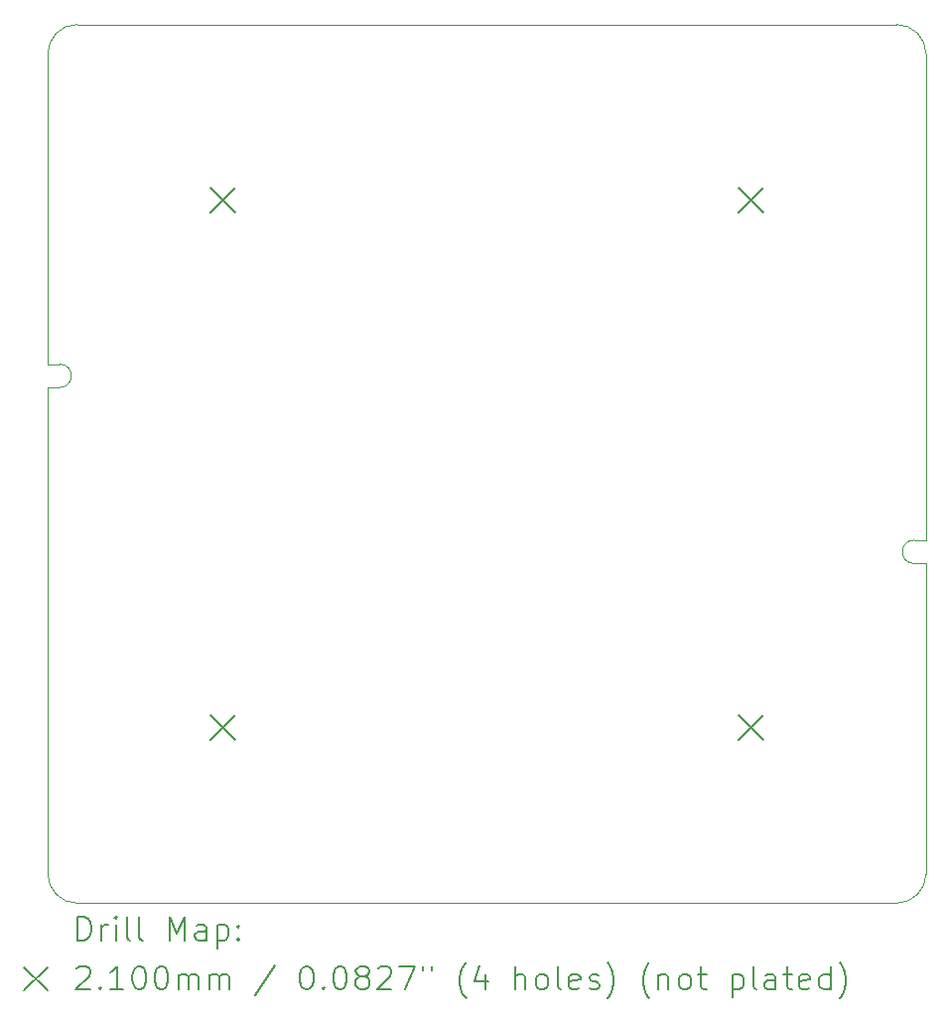
<source format=gbr>
%TF.GenerationSoftware,KiCad,Pcbnew,7.0.9*%
%TF.CreationDate,2024-01-01T14:08:33+01:00*%
%TF.ProjectId,LEDPcb,4c454450-6362-42e6-9b69-6361645f7063,rev?*%
%TF.SameCoordinates,Original*%
%TF.FileFunction,Drillmap*%
%TF.FilePolarity,Positive*%
%FSLAX45Y45*%
G04 Gerber Fmt 4.5, Leading zero omitted, Abs format (unit mm)*
G04 Created by KiCad (PCBNEW 7.0.9) date 2024-01-01 14:08:33*
%MOMM*%
%LPD*%
G01*
G04 APERTURE LIST*
%ADD10C,0.100000*%
%ADD11C,0.200000*%
%ADD12C,0.210000*%
G04 APERTURE END LIST*
D10*
X10250000Y-4510000D02*
G75*
G03*
X10000000Y-4760000I0J-250000D01*
G01*
X10000000Y-7405000D02*
X10000000Y-4760000D01*
X17490000Y-8905000D02*
X17490000Y-4760000D01*
X17240000Y-4510000D02*
X10250000Y-4510000D01*
X10000000Y-7405000D02*
X10100000Y-7405000D01*
X17490000Y-8905000D02*
X17390000Y-8905000D01*
X10000000Y-7605000D02*
X10100000Y-7605000D01*
X17490000Y-4760000D02*
G75*
G03*
X17240000Y-4510000I-250000J0D01*
G01*
X10250000Y-12000000D02*
X17240000Y-12000000D01*
X10100000Y-7605000D02*
G75*
G03*
X10100000Y-7405000I0J100000D01*
G01*
X10000000Y-11750000D02*
G75*
G03*
X10250000Y-12000000I250000J0D01*
G01*
X10000000Y-7605000D02*
X10000000Y-11750000D01*
X17490000Y-9105000D02*
X17490000Y-11750000D01*
X17490000Y-9105000D02*
X17390000Y-9105000D01*
X17390000Y-8905000D02*
G75*
G03*
X17390000Y-9105000I0J-100000D01*
G01*
X17240000Y-12000000D02*
G75*
G03*
X17490000Y-11750000I0J250000D01*
G01*
D11*
D12*
X11390000Y-5900000D02*
X11600000Y-6110000D01*
X11600000Y-5900000D02*
X11390000Y-6110000D01*
X11390000Y-10400000D02*
X11600000Y-10610000D01*
X11600000Y-10400000D02*
X11390000Y-10610000D01*
X15890000Y-5900000D02*
X16100000Y-6110000D01*
X16100000Y-5900000D02*
X15890000Y-6110000D01*
X15890000Y-10400000D02*
X16100000Y-10610000D01*
X16100000Y-10400000D02*
X15890000Y-10610000D01*
D11*
X10255777Y-12316484D02*
X10255777Y-12116484D01*
X10255777Y-12116484D02*
X10303396Y-12116484D01*
X10303396Y-12116484D02*
X10331967Y-12126008D01*
X10331967Y-12126008D02*
X10351015Y-12145055D01*
X10351015Y-12145055D02*
X10360539Y-12164103D01*
X10360539Y-12164103D02*
X10370063Y-12202198D01*
X10370063Y-12202198D02*
X10370063Y-12230769D01*
X10370063Y-12230769D02*
X10360539Y-12268865D01*
X10360539Y-12268865D02*
X10351015Y-12287912D01*
X10351015Y-12287912D02*
X10331967Y-12306960D01*
X10331967Y-12306960D02*
X10303396Y-12316484D01*
X10303396Y-12316484D02*
X10255777Y-12316484D01*
X10455777Y-12316484D02*
X10455777Y-12183150D01*
X10455777Y-12221246D02*
X10465301Y-12202198D01*
X10465301Y-12202198D02*
X10474824Y-12192674D01*
X10474824Y-12192674D02*
X10493872Y-12183150D01*
X10493872Y-12183150D02*
X10512920Y-12183150D01*
X10579586Y-12316484D02*
X10579586Y-12183150D01*
X10579586Y-12116484D02*
X10570063Y-12126008D01*
X10570063Y-12126008D02*
X10579586Y-12135531D01*
X10579586Y-12135531D02*
X10589110Y-12126008D01*
X10589110Y-12126008D02*
X10579586Y-12116484D01*
X10579586Y-12116484D02*
X10579586Y-12135531D01*
X10703396Y-12316484D02*
X10684348Y-12306960D01*
X10684348Y-12306960D02*
X10674824Y-12287912D01*
X10674824Y-12287912D02*
X10674824Y-12116484D01*
X10808158Y-12316484D02*
X10789110Y-12306960D01*
X10789110Y-12306960D02*
X10779586Y-12287912D01*
X10779586Y-12287912D02*
X10779586Y-12116484D01*
X11036729Y-12316484D02*
X11036729Y-12116484D01*
X11036729Y-12116484D02*
X11103396Y-12259341D01*
X11103396Y-12259341D02*
X11170063Y-12116484D01*
X11170063Y-12116484D02*
X11170063Y-12316484D01*
X11351015Y-12316484D02*
X11351015Y-12211722D01*
X11351015Y-12211722D02*
X11341491Y-12192674D01*
X11341491Y-12192674D02*
X11322443Y-12183150D01*
X11322443Y-12183150D02*
X11284348Y-12183150D01*
X11284348Y-12183150D02*
X11265301Y-12192674D01*
X11351015Y-12306960D02*
X11331967Y-12316484D01*
X11331967Y-12316484D02*
X11284348Y-12316484D01*
X11284348Y-12316484D02*
X11265301Y-12306960D01*
X11265301Y-12306960D02*
X11255777Y-12287912D01*
X11255777Y-12287912D02*
X11255777Y-12268865D01*
X11255777Y-12268865D02*
X11265301Y-12249817D01*
X11265301Y-12249817D02*
X11284348Y-12240293D01*
X11284348Y-12240293D02*
X11331967Y-12240293D01*
X11331967Y-12240293D02*
X11351015Y-12230769D01*
X11446253Y-12183150D02*
X11446253Y-12383150D01*
X11446253Y-12192674D02*
X11465301Y-12183150D01*
X11465301Y-12183150D02*
X11503396Y-12183150D01*
X11503396Y-12183150D02*
X11522443Y-12192674D01*
X11522443Y-12192674D02*
X11531967Y-12202198D01*
X11531967Y-12202198D02*
X11541491Y-12221246D01*
X11541491Y-12221246D02*
X11541491Y-12278388D01*
X11541491Y-12278388D02*
X11531967Y-12297436D01*
X11531967Y-12297436D02*
X11522443Y-12306960D01*
X11522443Y-12306960D02*
X11503396Y-12316484D01*
X11503396Y-12316484D02*
X11465301Y-12316484D01*
X11465301Y-12316484D02*
X11446253Y-12306960D01*
X11627205Y-12297436D02*
X11636729Y-12306960D01*
X11636729Y-12306960D02*
X11627205Y-12316484D01*
X11627205Y-12316484D02*
X11617682Y-12306960D01*
X11617682Y-12306960D02*
X11627205Y-12297436D01*
X11627205Y-12297436D02*
X11627205Y-12316484D01*
X11627205Y-12192674D02*
X11636729Y-12202198D01*
X11636729Y-12202198D02*
X11627205Y-12211722D01*
X11627205Y-12211722D02*
X11617682Y-12202198D01*
X11617682Y-12202198D02*
X11627205Y-12192674D01*
X11627205Y-12192674D02*
X11627205Y-12211722D01*
X9795000Y-12545000D02*
X9995000Y-12745000D01*
X9995000Y-12545000D02*
X9795000Y-12745000D01*
X10246253Y-12555531D02*
X10255777Y-12546008D01*
X10255777Y-12546008D02*
X10274824Y-12536484D01*
X10274824Y-12536484D02*
X10322444Y-12536484D01*
X10322444Y-12536484D02*
X10341491Y-12546008D01*
X10341491Y-12546008D02*
X10351015Y-12555531D01*
X10351015Y-12555531D02*
X10360539Y-12574579D01*
X10360539Y-12574579D02*
X10360539Y-12593627D01*
X10360539Y-12593627D02*
X10351015Y-12622198D01*
X10351015Y-12622198D02*
X10236729Y-12736484D01*
X10236729Y-12736484D02*
X10360539Y-12736484D01*
X10446253Y-12717436D02*
X10455777Y-12726960D01*
X10455777Y-12726960D02*
X10446253Y-12736484D01*
X10446253Y-12736484D02*
X10436729Y-12726960D01*
X10436729Y-12726960D02*
X10446253Y-12717436D01*
X10446253Y-12717436D02*
X10446253Y-12736484D01*
X10646253Y-12736484D02*
X10531967Y-12736484D01*
X10589110Y-12736484D02*
X10589110Y-12536484D01*
X10589110Y-12536484D02*
X10570063Y-12565055D01*
X10570063Y-12565055D02*
X10551015Y-12584103D01*
X10551015Y-12584103D02*
X10531967Y-12593627D01*
X10770063Y-12536484D02*
X10789110Y-12536484D01*
X10789110Y-12536484D02*
X10808158Y-12546008D01*
X10808158Y-12546008D02*
X10817682Y-12555531D01*
X10817682Y-12555531D02*
X10827205Y-12574579D01*
X10827205Y-12574579D02*
X10836729Y-12612674D01*
X10836729Y-12612674D02*
X10836729Y-12660293D01*
X10836729Y-12660293D02*
X10827205Y-12698388D01*
X10827205Y-12698388D02*
X10817682Y-12717436D01*
X10817682Y-12717436D02*
X10808158Y-12726960D01*
X10808158Y-12726960D02*
X10789110Y-12736484D01*
X10789110Y-12736484D02*
X10770063Y-12736484D01*
X10770063Y-12736484D02*
X10751015Y-12726960D01*
X10751015Y-12726960D02*
X10741491Y-12717436D01*
X10741491Y-12717436D02*
X10731967Y-12698388D01*
X10731967Y-12698388D02*
X10722444Y-12660293D01*
X10722444Y-12660293D02*
X10722444Y-12612674D01*
X10722444Y-12612674D02*
X10731967Y-12574579D01*
X10731967Y-12574579D02*
X10741491Y-12555531D01*
X10741491Y-12555531D02*
X10751015Y-12546008D01*
X10751015Y-12546008D02*
X10770063Y-12536484D01*
X10960539Y-12536484D02*
X10979586Y-12536484D01*
X10979586Y-12536484D02*
X10998634Y-12546008D01*
X10998634Y-12546008D02*
X11008158Y-12555531D01*
X11008158Y-12555531D02*
X11017682Y-12574579D01*
X11017682Y-12574579D02*
X11027205Y-12612674D01*
X11027205Y-12612674D02*
X11027205Y-12660293D01*
X11027205Y-12660293D02*
X11017682Y-12698388D01*
X11017682Y-12698388D02*
X11008158Y-12717436D01*
X11008158Y-12717436D02*
X10998634Y-12726960D01*
X10998634Y-12726960D02*
X10979586Y-12736484D01*
X10979586Y-12736484D02*
X10960539Y-12736484D01*
X10960539Y-12736484D02*
X10941491Y-12726960D01*
X10941491Y-12726960D02*
X10931967Y-12717436D01*
X10931967Y-12717436D02*
X10922444Y-12698388D01*
X10922444Y-12698388D02*
X10912920Y-12660293D01*
X10912920Y-12660293D02*
X10912920Y-12612674D01*
X10912920Y-12612674D02*
X10922444Y-12574579D01*
X10922444Y-12574579D02*
X10931967Y-12555531D01*
X10931967Y-12555531D02*
X10941491Y-12546008D01*
X10941491Y-12546008D02*
X10960539Y-12536484D01*
X11112920Y-12736484D02*
X11112920Y-12603150D01*
X11112920Y-12622198D02*
X11122444Y-12612674D01*
X11122444Y-12612674D02*
X11141491Y-12603150D01*
X11141491Y-12603150D02*
X11170063Y-12603150D01*
X11170063Y-12603150D02*
X11189110Y-12612674D01*
X11189110Y-12612674D02*
X11198634Y-12631722D01*
X11198634Y-12631722D02*
X11198634Y-12736484D01*
X11198634Y-12631722D02*
X11208158Y-12612674D01*
X11208158Y-12612674D02*
X11227205Y-12603150D01*
X11227205Y-12603150D02*
X11255777Y-12603150D01*
X11255777Y-12603150D02*
X11274824Y-12612674D01*
X11274824Y-12612674D02*
X11284348Y-12631722D01*
X11284348Y-12631722D02*
X11284348Y-12736484D01*
X11379586Y-12736484D02*
X11379586Y-12603150D01*
X11379586Y-12622198D02*
X11389110Y-12612674D01*
X11389110Y-12612674D02*
X11408158Y-12603150D01*
X11408158Y-12603150D02*
X11436729Y-12603150D01*
X11436729Y-12603150D02*
X11455777Y-12612674D01*
X11455777Y-12612674D02*
X11465301Y-12631722D01*
X11465301Y-12631722D02*
X11465301Y-12736484D01*
X11465301Y-12631722D02*
X11474824Y-12612674D01*
X11474824Y-12612674D02*
X11493872Y-12603150D01*
X11493872Y-12603150D02*
X11522443Y-12603150D01*
X11522443Y-12603150D02*
X11541491Y-12612674D01*
X11541491Y-12612674D02*
X11551015Y-12631722D01*
X11551015Y-12631722D02*
X11551015Y-12736484D01*
X11941491Y-12526960D02*
X11770063Y-12784103D01*
X12198634Y-12536484D02*
X12217682Y-12536484D01*
X12217682Y-12536484D02*
X12236729Y-12546008D01*
X12236729Y-12546008D02*
X12246253Y-12555531D01*
X12246253Y-12555531D02*
X12255777Y-12574579D01*
X12255777Y-12574579D02*
X12265301Y-12612674D01*
X12265301Y-12612674D02*
X12265301Y-12660293D01*
X12265301Y-12660293D02*
X12255777Y-12698388D01*
X12255777Y-12698388D02*
X12246253Y-12717436D01*
X12246253Y-12717436D02*
X12236729Y-12726960D01*
X12236729Y-12726960D02*
X12217682Y-12736484D01*
X12217682Y-12736484D02*
X12198634Y-12736484D01*
X12198634Y-12736484D02*
X12179586Y-12726960D01*
X12179586Y-12726960D02*
X12170063Y-12717436D01*
X12170063Y-12717436D02*
X12160539Y-12698388D01*
X12160539Y-12698388D02*
X12151015Y-12660293D01*
X12151015Y-12660293D02*
X12151015Y-12612674D01*
X12151015Y-12612674D02*
X12160539Y-12574579D01*
X12160539Y-12574579D02*
X12170063Y-12555531D01*
X12170063Y-12555531D02*
X12179586Y-12546008D01*
X12179586Y-12546008D02*
X12198634Y-12536484D01*
X12351015Y-12717436D02*
X12360539Y-12726960D01*
X12360539Y-12726960D02*
X12351015Y-12736484D01*
X12351015Y-12736484D02*
X12341491Y-12726960D01*
X12341491Y-12726960D02*
X12351015Y-12717436D01*
X12351015Y-12717436D02*
X12351015Y-12736484D01*
X12484348Y-12536484D02*
X12503396Y-12536484D01*
X12503396Y-12536484D02*
X12522444Y-12546008D01*
X12522444Y-12546008D02*
X12531967Y-12555531D01*
X12531967Y-12555531D02*
X12541491Y-12574579D01*
X12541491Y-12574579D02*
X12551015Y-12612674D01*
X12551015Y-12612674D02*
X12551015Y-12660293D01*
X12551015Y-12660293D02*
X12541491Y-12698388D01*
X12541491Y-12698388D02*
X12531967Y-12717436D01*
X12531967Y-12717436D02*
X12522444Y-12726960D01*
X12522444Y-12726960D02*
X12503396Y-12736484D01*
X12503396Y-12736484D02*
X12484348Y-12736484D01*
X12484348Y-12736484D02*
X12465301Y-12726960D01*
X12465301Y-12726960D02*
X12455777Y-12717436D01*
X12455777Y-12717436D02*
X12446253Y-12698388D01*
X12446253Y-12698388D02*
X12436729Y-12660293D01*
X12436729Y-12660293D02*
X12436729Y-12612674D01*
X12436729Y-12612674D02*
X12446253Y-12574579D01*
X12446253Y-12574579D02*
X12455777Y-12555531D01*
X12455777Y-12555531D02*
X12465301Y-12546008D01*
X12465301Y-12546008D02*
X12484348Y-12536484D01*
X12665301Y-12622198D02*
X12646253Y-12612674D01*
X12646253Y-12612674D02*
X12636729Y-12603150D01*
X12636729Y-12603150D02*
X12627206Y-12584103D01*
X12627206Y-12584103D02*
X12627206Y-12574579D01*
X12627206Y-12574579D02*
X12636729Y-12555531D01*
X12636729Y-12555531D02*
X12646253Y-12546008D01*
X12646253Y-12546008D02*
X12665301Y-12536484D01*
X12665301Y-12536484D02*
X12703396Y-12536484D01*
X12703396Y-12536484D02*
X12722444Y-12546008D01*
X12722444Y-12546008D02*
X12731967Y-12555531D01*
X12731967Y-12555531D02*
X12741491Y-12574579D01*
X12741491Y-12574579D02*
X12741491Y-12584103D01*
X12741491Y-12584103D02*
X12731967Y-12603150D01*
X12731967Y-12603150D02*
X12722444Y-12612674D01*
X12722444Y-12612674D02*
X12703396Y-12622198D01*
X12703396Y-12622198D02*
X12665301Y-12622198D01*
X12665301Y-12622198D02*
X12646253Y-12631722D01*
X12646253Y-12631722D02*
X12636729Y-12641246D01*
X12636729Y-12641246D02*
X12627206Y-12660293D01*
X12627206Y-12660293D02*
X12627206Y-12698388D01*
X12627206Y-12698388D02*
X12636729Y-12717436D01*
X12636729Y-12717436D02*
X12646253Y-12726960D01*
X12646253Y-12726960D02*
X12665301Y-12736484D01*
X12665301Y-12736484D02*
X12703396Y-12736484D01*
X12703396Y-12736484D02*
X12722444Y-12726960D01*
X12722444Y-12726960D02*
X12731967Y-12717436D01*
X12731967Y-12717436D02*
X12741491Y-12698388D01*
X12741491Y-12698388D02*
X12741491Y-12660293D01*
X12741491Y-12660293D02*
X12731967Y-12641246D01*
X12731967Y-12641246D02*
X12722444Y-12631722D01*
X12722444Y-12631722D02*
X12703396Y-12622198D01*
X12817682Y-12555531D02*
X12827206Y-12546008D01*
X12827206Y-12546008D02*
X12846253Y-12536484D01*
X12846253Y-12536484D02*
X12893872Y-12536484D01*
X12893872Y-12536484D02*
X12912920Y-12546008D01*
X12912920Y-12546008D02*
X12922444Y-12555531D01*
X12922444Y-12555531D02*
X12931967Y-12574579D01*
X12931967Y-12574579D02*
X12931967Y-12593627D01*
X12931967Y-12593627D02*
X12922444Y-12622198D01*
X12922444Y-12622198D02*
X12808158Y-12736484D01*
X12808158Y-12736484D02*
X12931967Y-12736484D01*
X12998634Y-12536484D02*
X13131967Y-12536484D01*
X13131967Y-12536484D02*
X13046253Y-12736484D01*
X13198634Y-12536484D02*
X13198634Y-12574579D01*
X13274825Y-12536484D02*
X13274825Y-12574579D01*
X13570063Y-12812674D02*
X13560539Y-12803150D01*
X13560539Y-12803150D02*
X13541491Y-12774579D01*
X13541491Y-12774579D02*
X13531968Y-12755531D01*
X13531968Y-12755531D02*
X13522444Y-12726960D01*
X13522444Y-12726960D02*
X13512920Y-12679341D01*
X13512920Y-12679341D02*
X13512920Y-12641246D01*
X13512920Y-12641246D02*
X13522444Y-12593627D01*
X13522444Y-12593627D02*
X13531968Y-12565055D01*
X13531968Y-12565055D02*
X13541491Y-12546008D01*
X13541491Y-12546008D02*
X13560539Y-12517436D01*
X13560539Y-12517436D02*
X13570063Y-12507912D01*
X13731968Y-12603150D02*
X13731968Y-12736484D01*
X13684348Y-12526960D02*
X13636729Y-12669817D01*
X13636729Y-12669817D02*
X13760539Y-12669817D01*
X13989110Y-12736484D02*
X13989110Y-12536484D01*
X14074825Y-12736484D02*
X14074825Y-12631722D01*
X14074825Y-12631722D02*
X14065301Y-12612674D01*
X14065301Y-12612674D02*
X14046253Y-12603150D01*
X14046253Y-12603150D02*
X14017682Y-12603150D01*
X14017682Y-12603150D02*
X13998634Y-12612674D01*
X13998634Y-12612674D02*
X13989110Y-12622198D01*
X14198634Y-12736484D02*
X14179587Y-12726960D01*
X14179587Y-12726960D02*
X14170063Y-12717436D01*
X14170063Y-12717436D02*
X14160539Y-12698388D01*
X14160539Y-12698388D02*
X14160539Y-12641246D01*
X14160539Y-12641246D02*
X14170063Y-12622198D01*
X14170063Y-12622198D02*
X14179587Y-12612674D01*
X14179587Y-12612674D02*
X14198634Y-12603150D01*
X14198634Y-12603150D02*
X14227206Y-12603150D01*
X14227206Y-12603150D02*
X14246253Y-12612674D01*
X14246253Y-12612674D02*
X14255777Y-12622198D01*
X14255777Y-12622198D02*
X14265301Y-12641246D01*
X14265301Y-12641246D02*
X14265301Y-12698388D01*
X14265301Y-12698388D02*
X14255777Y-12717436D01*
X14255777Y-12717436D02*
X14246253Y-12726960D01*
X14246253Y-12726960D02*
X14227206Y-12736484D01*
X14227206Y-12736484D02*
X14198634Y-12736484D01*
X14379587Y-12736484D02*
X14360539Y-12726960D01*
X14360539Y-12726960D02*
X14351015Y-12707912D01*
X14351015Y-12707912D02*
X14351015Y-12536484D01*
X14531968Y-12726960D02*
X14512920Y-12736484D01*
X14512920Y-12736484D02*
X14474825Y-12736484D01*
X14474825Y-12736484D02*
X14455777Y-12726960D01*
X14455777Y-12726960D02*
X14446253Y-12707912D01*
X14446253Y-12707912D02*
X14446253Y-12631722D01*
X14446253Y-12631722D02*
X14455777Y-12612674D01*
X14455777Y-12612674D02*
X14474825Y-12603150D01*
X14474825Y-12603150D02*
X14512920Y-12603150D01*
X14512920Y-12603150D02*
X14531968Y-12612674D01*
X14531968Y-12612674D02*
X14541491Y-12631722D01*
X14541491Y-12631722D02*
X14541491Y-12650769D01*
X14541491Y-12650769D02*
X14446253Y-12669817D01*
X14617682Y-12726960D02*
X14636730Y-12736484D01*
X14636730Y-12736484D02*
X14674825Y-12736484D01*
X14674825Y-12736484D02*
X14693872Y-12726960D01*
X14693872Y-12726960D02*
X14703396Y-12707912D01*
X14703396Y-12707912D02*
X14703396Y-12698388D01*
X14703396Y-12698388D02*
X14693872Y-12679341D01*
X14693872Y-12679341D02*
X14674825Y-12669817D01*
X14674825Y-12669817D02*
X14646253Y-12669817D01*
X14646253Y-12669817D02*
X14627206Y-12660293D01*
X14627206Y-12660293D02*
X14617682Y-12641246D01*
X14617682Y-12641246D02*
X14617682Y-12631722D01*
X14617682Y-12631722D02*
X14627206Y-12612674D01*
X14627206Y-12612674D02*
X14646253Y-12603150D01*
X14646253Y-12603150D02*
X14674825Y-12603150D01*
X14674825Y-12603150D02*
X14693872Y-12612674D01*
X14770063Y-12812674D02*
X14779587Y-12803150D01*
X14779587Y-12803150D02*
X14798634Y-12774579D01*
X14798634Y-12774579D02*
X14808158Y-12755531D01*
X14808158Y-12755531D02*
X14817682Y-12726960D01*
X14817682Y-12726960D02*
X14827206Y-12679341D01*
X14827206Y-12679341D02*
X14827206Y-12641246D01*
X14827206Y-12641246D02*
X14817682Y-12593627D01*
X14817682Y-12593627D02*
X14808158Y-12565055D01*
X14808158Y-12565055D02*
X14798634Y-12546008D01*
X14798634Y-12546008D02*
X14779587Y-12517436D01*
X14779587Y-12517436D02*
X14770063Y-12507912D01*
X15131968Y-12812674D02*
X15122444Y-12803150D01*
X15122444Y-12803150D02*
X15103396Y-12774579D01*
X15103396Y-12774579D02*
X15093872Y-12755531D01*
X15093872Y-12755531D02*
X15084349Y-12726960D01*
X15084349Y-12726960D02*
X15074825Y-12679341D01*
X15074825Y-12679341D02*
X15074825Y-12641246D01*
X15074825Y-12641246D02*
X15084349Y-12593627D01*
X15084349Y-12593627D02*
X15093872Y-12565055D01*
X15093872Y-12565055D02*
X15103396Y-12546008D01*
X15103396Y-12546008D02*
X15122444Y-12517436D01*
X15122444Y-12517436D02*
X15131968Y-12507912D01*
X15208158Y-12603150D02*
X15208158Y-12736484D01*
X15208158Y-12622198D02*
X15217682Y-12612674D01*
X15217682Y-12612674D02*
X15236730Y-12603150D01*
X15236730Y-12603150D02*
X15265301Y-12603150D01*
X15265301Y-12603150D02*
X15284349Y-12612674D01*
X15284349Y-12612674D02*
X15293872Y-12631722D01*
X15293872Y-12631722D02*
X15293872Y-12736484D01*
X15417682Y-12736484D02*
X15398634Y-12726960D01*
X15398634Y-12726960D02*
X15389111Y-12717436D01*
X15389111Y-12717436D02*
X15379587Y-12698388D01*
X15379587Y-12698388D02*
X15379587Y-12641246D01*
X15379587Y-12641246D02*
X15389111Y-12622198D01*
X15389111Y-12622198D02*
X15398634Y-12612674D01*
X15398634Y-12612674D02*
X15417682Y-12603150D01*
X15417682Y-12603150D02*
X15446253Y-12603150D01*
X15446253Y-12603150D02*
X15465301Y-12612674D01*
X15465301Y-12612674D02*
X15474825Y-12622198D01*
X15474825Y-12622198D02*
X15484349Y-12641246D01*
X15484349Y-12641246D02*
X15484349Y-12698388D01*
X15484349Y-12698388D02*
X15474825Y-12717436D01*
X15474825Y-12717436D02*
X15465301Y-12726960D01*
X15465301Y-12726960D02*
X15446253Y-12736484D01*
X15446253Y-12736484D02*
X15417682Y-12736484D01*
X15541492Y-12603150D02*
X15617682Y-12603150D01*
X15570063Y-12536484D02*
X15570063Y-12707912D01*
X15570063Y-12707912D02*
X15579587Y-12726960D01*
X15579587Y-12726960D02*
X15598634Y-12736484D01*
X15598634Y-12736484D02*
X15617682Y-12736484D01*
X15836730Y-12603150D02*
X15836730Y-12803150D01*
X15836730Y-12612674D02*
X15855777Y-12603150D01*
X15855777Y-12603150D02*
X15893873Y-12603150D01*
X15893873Y-12603150D02*
X15912920Y-12612674D01*
X15912920Y-12612674D02*
X15922444Y-12622198D01*
X15922444Y-12622198D02*
X15931968Y-12641246D01*
X15931968Y-12641246D02*
X15931968Y-12698388D01*
X15931968Y-12698388D02*
X15922444Y-12717436D01*
X15922444Y-12717436D02*
X15912920Y-12726960D01*
X15912920Y-12726960D02*
X15893873Y-12736484D01*
X15893873Y-12736484D02*
X15855777Y-12736484D01*
X15855777Y-12736484D02*
X15836730Y-12726960D01*
X16046253Y-12736484D02*
X16027206Y-12726960D01*
X16027206Y-12726960D02*
X16017682Y-12707912D01*
X16017682Y-12707912D02*
X16017682Y-12536484D01*
X16208158Y-12736484D02*
X16208158Y-12631722D01*
X16208158Y-12631722D02*
X16198634Y-12612674D01*
X16198634Y-12612674D02*
X16179587Y-12603150D01*
X16179587Y-12603150D02*
X16141492Y-12603150D01*
X16141492Y-12603150D02*
X16122444Y-12612674D01*
X16208158Y-12726960D02*
X16189111Y-12736484D01*
X16189111Y-12736484D02*
X16141492Y-12736484D01*
X16141492Y-12736484D02*
X16122444Y-12726960D01*
X16122444Y-12726960D02*
X16112920Y-12707912D01*
X16112920Y-12707912D02*
X16112920Y-12688865D01*
X16112920Y-12688865D02*
X16122444Y-12669817D01*
X16122444Y-12669817D02*
X16141492Y-12660293D01*
X16141492Y-12660293D02*
X16189111Y-12660293D01*
X16189111Y-12660293D02*
X16208158Y-12650769D01*
X16274825Y-12603150D02*
X16351015Y-12603150D01*
X16303396Y-12536484D02*
X16303396Y-12707912D01*
X16303396Y-12707912D02*
X16312920Y-12726960D01*
X16312920Y-12726960D02*
X16331968Y-12736484D01*
X16331968Y-12736484D02*
X16351015Y-12736484D01*
X16493873Y-12726960D02*
X16474825Y-12736484D01*
X16474825Y-12736484D02*
X16436730Y-12736484D01*
X16436730Y-12736484D02*
X16417682Y-12726960D01*
X16417682Y-12726960D02*
X16408158Y-12707912D01*
X16408158Y-12707912D02*
X16408158Y-12631722D01*
X16408158Y-12631722D02*
X16417682Y-12612674D01*
X16417682Y-12612674D02*
X16436730Y-12603150D01*
X16436730Y-12603150D02*
X16474825Y-12603150D01*
X16474825Y-12603150D02*
X16493873Y-12612674D01*
X16493873Y-12612674D02*
X16503396Y-12631722D01*
X16503396Y-12631722D02*
X16503396Y-12650769D01*
X16503396Y-12650769D02*
X16408158Y-12669817D01*
X16674825Y-12736484D02*
X16674825Y-12536484D01*
X16674825Y-12726960D02*
X16655777Y-12736484D01*
X16655777Y-12736484D02*
X16617682Y-12736484D01*
X16617682Y-12736484D02*
X16598634Y-12726960D01*
X16598634Y-12726960D02*
X16589111Y-12717436D01*
X16589111Y-12717436D02*
X16579587Y-12698388D01*
X16579587Y-12698388D02*
X16579587Y-12641246D01*
X16579587Y-12641246D02*
X16589111Y-12622198D01*
X16589111Y-12622198D02*
X16598634Y-12612674D01*
X16598634Y-12612674D02*
X16617682Y-12603150D01*
X16617682Y-12603150D02*
X16655777Y-12603150D01*
X16655777Y-12603150D02*
X16674825Y-12612674D01*
X16751015Y-12812674D02*
X16760539Y-12803150D01*
X16760539Y-12803150D02*
X16779587Y-12774579D01*
X16779587Y-12774579D02*
X16789111Y-12755531D01*
X16789111Y-12755531D02*
X16798635Y-12726960D01*
X16798635Y-12726960D02*
X16808158Y-12679341D01*
X16808158Y-12679341D02*
X16808158Y-12641246D01*
X16808158Y-12641246D02*
X16798635Y-12593627D01*
X16798635Y-12593627D02*
X16789111Y-12565055D01*
X16789111Y-12565055D02*
X16779587Y-12546008D01*
X16779587Y-12546008D02*
X16760539Y-12517436D01*
X16760539Y-12517436D02*
X16751015Y-12507912D01*
M02*

</source>
